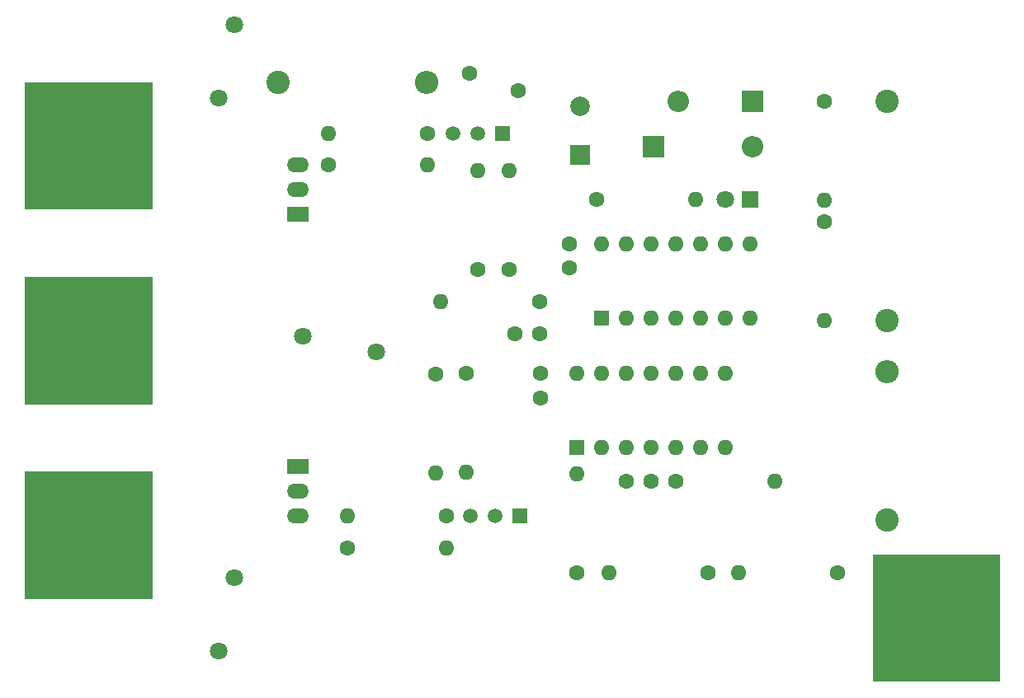
<source format=gbs>
%TF.GenerationSoftware,KiCad,Pcbnew,5.1.10-88a1d61d58~90~ubuntu20.04.1*%
%TF.CreationDate,2021-12-10T22:24:31-05:00*%
%TF.ProjectId,Load_Balancer_mk_4,4c6f6164-5f42-4616-9c61-6e6365725f6d,rev?*%
%TF.SameCoordinates,Original*%
%TF.FileFunction,Soldermask,Bot*%
%TF.FilePolarity,Negative*%
%FSLAX46Y46*%
G04 Gerber Fmt 4.6, Leading zero omitted, Abs format (unit mm)*
G04 Created by KiCad (PCBNEW 5.1.10-88a1d61d58~90~ubuntu20.04.1) date 2021-12-10 22:24:31*
%MOMM*%
%LPD*%
G01*
G04 APERTURE LIST*
%ADD10C,0.100000*%
%ADD11O,1.600000X1.600000*%
%ADD12R,1.600000X1.600000*%
%ADD13C,1.600000*%
%ADD14O,2.400000X2.400000*%
%ADD15C,2.400000*%
%ADD16O,2.250000X1.550000*%
%ADD17R,2.250000X1.550000*%
%ADD18R,1.500000X1.500000*%
%ADD19C,1.500000*%
%ADD20C,1.800000*%
%ADD21C,0.900000*%
%ADD22C,10.600000*%
%ADD23R,1.800000X1.800000*%
%ADD24O,2.200000X2.200000*%
%ADD25R,2.200000X2.200000*%
%ADD26C,2.000000*%
%ADD27R,2.000000X2.000000*%
G04 APERTURE END LIST*
D10*
G36*
X57000000Y-76500000D02*
G01*
X44000000Y-76500000D01*
X44000000Y-63500000D01*
X57000000Y-63500000D01*
X57000000Y-76500000D01*
G37*
X57000000Y-76500000D02*
X44000000Y-76500000D01*
X44000000Y-63500000D01*
X57000000Y-63500000D01*
X57000000Y-76500000D01*
G36*
X57000000Y-56500000D02*
G01*
X44000000Y-56500000D01*
X44000000Y-43500000D01*
X57000000Y-43500000D01*
X57000000Y-56500000D01*
G37*
X57000000Y-56500000D02*
X44000000Y-56500000D01*
X44000000Y-43500000D01*
X57000000Y-43500000D01*
X57000000Y-56500000D01*
G36*
X57000000Y-96500000D02*
G01*
X44000000Y-96500000D01*
X44000000Y-83500000D01*
X57000000Y-83500000D01*
X57000000Y-96500000D01*
G37*
X57000000Y-96500000D02*
X44000000Y-96500000D01*
X44000000Y-83500000D01*
X57000000Y-83500000D01*
X57000000Y-96500000D01*
G36*
X144000000Y-105000000D02*
G01*
X131000000Y-105000000D01*
X131000000Y-92000000D01*
X144000000Y-92000000D01*
X144000000Y-105000000D01*
G37*
X144000000Y-105000000D02*
X131000000Y-105000000D01*
X131000000Y-92000000D01*
X144000000Y-92000000D01*
X144000000Y-105000000D01*
D11*
%TO.C,U1*%
X100650000Y-73380000D03*
X115890000Y-81000000D03*
X103190000Y-73380000D03*
X113350000Y-81000000D03*
X105730000Y-73380000D03*
X110810000Y-81000000D03*
X108270000Y-73380000D03*
X108270000Y-81000000D03*
X110810000Y-73380000D03*
X105730000Y-81000000D03*
X113350000Y-73380000D03*
X103190000Y-81000000D03*
X115890000Y-73380000D03*
D12*
X100650000Y-81000000D03*
%TD*%
D13*
%TO.C,TH1*%
X94650000Y-44350000D03*
X89650000Y-42550000D03*
%TD*%
D14*
%TO.C,R18*%
X85240000Y-43550000D03*
D15*
X70000000Y-43550000D03*
%TD*%
D16*
%TO.C,D5*%
X72000000Y-88040000D03*
X72000000Y-85500000D03*
D17*
X72000000Y-82960000D03*
%TD*%
D16*
%TO.C,D4*%
X72000000Y-51960000D03*
X72000000Y-54500000D03*
D17*
X72000000Y-57040000D03*
%TD*%
D18*
%TO.C,Q2*%
X94780000Y-88050000D03*
D19*
X89700000Y-88050000D03*
X92240000Y-88050000D03*
%TD*%
D18*
%TO.C,Q1*%
X93040000Y-48750000D03*
D19*
X87960000Y-48750000D03*
X90500000Y-48750000D03*
%TD*%
D11*
%TO.C,U2*%
X103200000Y-60130000D03*
X118440000Y-67750000D03*
X105740000Y-60130000D03*
X115900000Y-67750000D03*
X108280000Y-60130000D03*
X113360000Y-67750000D03*
X110820000Y-60130000D03*
X110820000Y-67750000D03*
X113360000Y-60130000D03*
X108280000Y-67750000D03*
X115900000Y-60130000D03*
X105740000Y-67750000D03*
X118440000Y-60130000D03*
D12*
X103200000Y-67750000D03*
%TD*%
D20*
%TO.C,RV3*%
X63866670Y-101900000D03*
X65500000Y-94400000D03*
%TD*%
%TO.C,RV2*%
X65533330Y-37600000D03*
X63900000Y-45100000D03*
%TD*%
%TO.C,RV1*%
X80050000Y-71233330D03*
X72550000Y-69600000D03*
%TD*%
D11*
%TO.C,R17*%
X87260000Y-91350000D03*
D13*
X77100000Y-91350000D03*
%TD*%
D11*
%TO.C,R16*%
X77100000Y-88050000D03*
D13*
X87260000Y-88050000D03*
%TD*%
D11*
%TO.C,R15*%
X85310000Y-52000000D03*
D13*
X75150000Y-52000000D03*
%TD*%
D11*
%TO.C,R14*%
X75150000Y-48750000D03*
D13*
X85310000Y-48750000D03*
%TD*%
D11*
%TO.C,R13*%
X86150000Y-83610000D03*
D13*
X86150000Y-73450000D03*
%TD*%
D11*
%TO.C,R12*%
X90500000Y-52550000D03*
D13*
X90500000Y-62710000D03*
%TD*%
D11*
%TO.C,R11*%
X93700000Y-52550000D03*
D13*
X93700000Y-62710000D03*
%TD*%
D11*
%TO.C,R10*%
X89300000Y-83600000D03*
D13*
X89300000Y-73440000D03*
%TD*%
D11*
%TO.C,R9*%
X86640000Y-66050000D03*
D13*
X96800000Y-66050000D03*
%TD*%
D11*
%TO.C,R8*%
X120960000Y-84450000D03*
D13*
X110800000Y-84450000D03*
%TD*%
D11*
%TO.C,R7*%
X100650000Y-83690000D03*
D13*
X100650000Y-93850000D03*
%TD*%
D11*
%TO.C,R6*%
X112810000Y-55500000D03*
D13*
X102650000Y-55500000D03*
%TD*%
D11*
%TO.C,R5*%
X103890000Y-93900000D03*
D13*
X114050000Y-93900000D03*
%TD*%
D11*
%TO.C,R4*%
X117200000Y-93900000D03*
D13*
X127360000Y-93900000D03*
%TD*%
D14*
%TO.C,R3*%
X132500000Y-73260000D03*
D15*
X132500000Y-88500000D03*
%TD*%
D11*
%TO.C,R2*%
X126000000Y-55660000D03*
D13*
X126000000Y-45500000D03*
%TD*%
D11*
%TO.C,R1*%
X126000000Y-68000000D03*
D13*
X126000000Y-57840000D03*
%TD*%
D21*
%TO.C,J4*%
X52810749Y-87189251D03*
X50000000Y-86025000D03*
X47189251Y-87189251D03*
X46025000Y-90000000D03*
X47189251Y-92810749D03*
X50000000Y-93975000D03*
X52810749Y-92810749D03*
X53975000Y-90000000D03*
D22*
X50000000Y-90000000D03*
%TD*%
D21*
%TO.C,J3*%
X52810749Y-47189251D03*
X50000000Y-46025000D03*
X47189251Y-47189251D03*
X46025000Y-50000000D03*
X47189251Y-52810749D03*
X50000000Y-53975000D03*
X52810749Y-52810749D03*
X53975000Y-50000000D03*
D22*
X50000000Y-50000000D03*
%TD*%
D21*
%TO.C,J2*%
X52810749Y-67189251D03*
X50000000Y-66025000D03*
X47189251Y-67189251D03*
X46025000Y-70000000D03*
X47189251Y-72810749D03*
X50000000Y-73975000D03*
X52810749Y-72810749D03*
X53975000Y-70000000D03*
D22*
X50000000Y-70000000D03*
%TD*%
D21*
%TO.C,J1*%
X140310749Y-95689251D03*
X137500000Y-94525000D03*
X134689251Y-95689251D03*
X133525000Y-98500000D03*
X134689251Y-101310749D03*
X137500000Y-102475000D03*
X140310749Y-101310749D03*
X141475000Y-98500000D03*
D22*
X137500000Y-98500000D03*
%TD*%
D20*
%TO.C,D3*%
X115900000Y-55500000D03*
D23*
X118440000Y-55500000D03*
%TD*%
D24*
%TO.C,D2*%
X118650000Y-50150000D03*
D25*
X108490000Y-50150000D03*
%TD*%
D24*
%TO.C,D1*%
X111030000Y-45500000D03*
D25*
X118650000Y-45500000D03*
%TD*%
D13*
%TO.C,C6*%
X94300000Y-69300000D03*
X96800000Y-69300000D03*
%TD*%
%TO.C,C5*%
X108250000Y-84450000D03*
X105750000Y-84450000D03*
%TD*%
%TO.C,C4*%
X99850000Y-62600000D03*
X99850000Y-60100000D03*
%TD*%
D26*
%TO.C,C3*%
X101000000Y-46000000D03*
D27*
X101000000Y-51000000D03*
%TD*%
D15*
%TO.C,C2*%
X132500000Y-45500000D03*
X132500000Y-68000000D03*
%TD*%
D13*
%TO.C,C1*%
X96900000Y-75900000D03*
X96900000Y-73400000D03*
%TD*%
M02*

</source>
